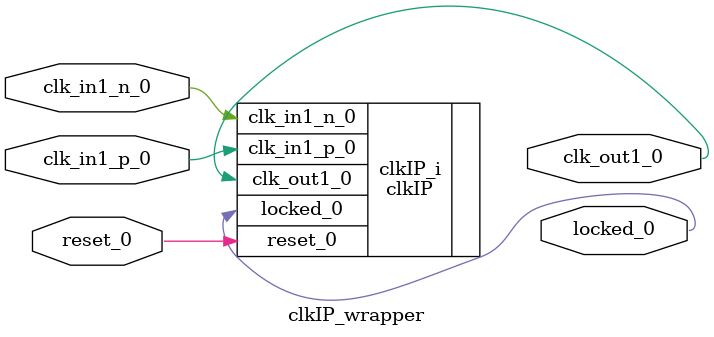
<source format=v>
`timescale 1 ps / 1 ps

module clkIP_wrapper
   (clk_in1_n_0,
    clk_in1_p_0,
    clk_out1_0,
    locked_0,
    reset_0);
  input clk_in1_n_0;
  input clk_in1_p_0;
  output clk_out1_0;
  output locked_0;
  input reset_0;

  wire clk_in1_n_0;
  wire clk_in1_p_0;
  wire clk_out1_0;
  wire locked_0;
  wire reset_0;

  clkIP clkIP_i
       (.clk_in1_n_0(clk_in1_n_0),
        .clk_in1_p_0(clk_in1_p_0),
        .clk_out1_0(clk_out1_0),
        .locked_0(locked_0),
        .reset_0(reset_0));
endmodule

</source>
